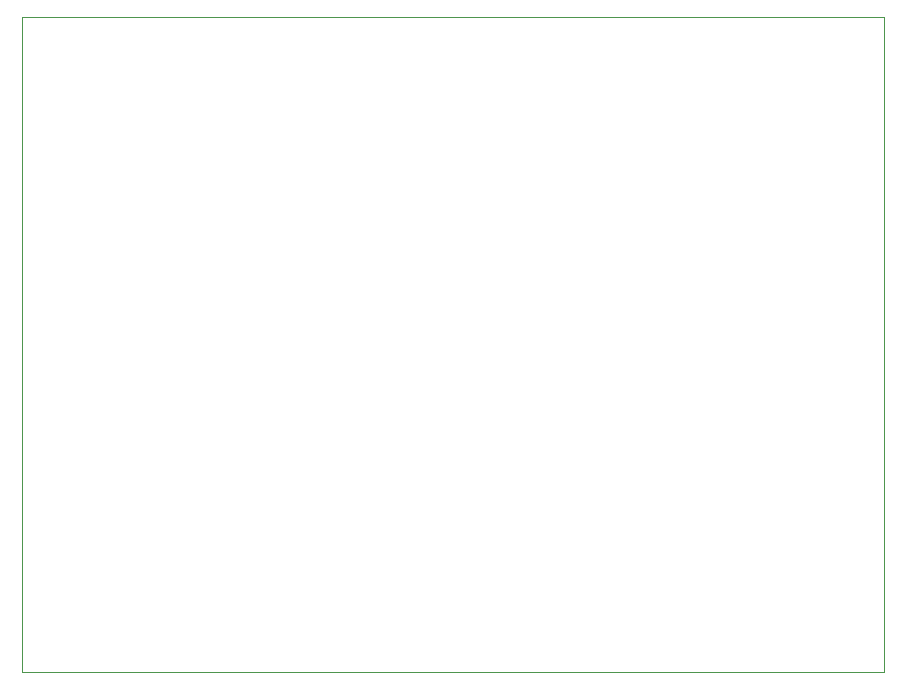
<source format=gm1>
%TF.GenerationSoftware,KiCad,Pcbnew,8.0.7-8.0.7-0~ubuntu24.04.1*%
%TF.CreationDate,2025-01-10T11:12:07+00:00*%
%TF.ProjectId,whenisbins,7768656e-6973-4626-996e-732e6b696361,rev?*%
%TF.SameCoordinates,Original*%
%TF.FileFunction,Profile,NP*%
%FSLAX46Y46*%
G04 Gerber Fmt 4.6, Leading zero omitted, Abs format (unit mm)*
G04 Created by KiCad (PCBNEW 8.0.7-8.0.7-0~ubuntu24.04.1) date 2025-01-10 11:12:07*
%MOMM*%
%LPD*%
G01*
G04 APERTURE LIST*
%TA.AperFunction,Profile*%
%ADD10C,0.050000*%
%TD*%
G04 APERTURE END LIST*
D10*
X106500000Y-86250000D02*
X179500000Y-86250000D01*
X179500000Y-141750000D01*
X106500000Y-141750000D01*
X106500000Y-86250000D01*
M02*

</source>
